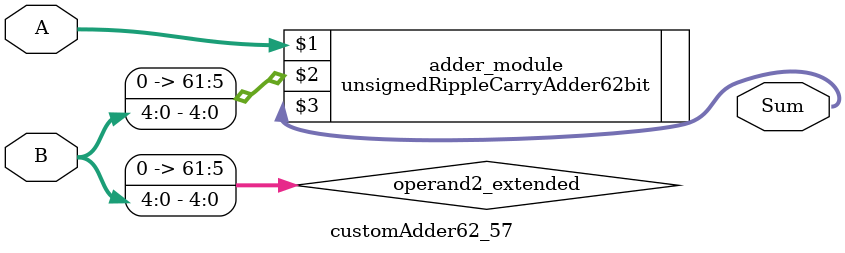
<source format=v>
module customAdder62_57(
                        input [61 : 0] A,
                        input [4 : 0] B,
                        
                        output [62 : 0] Sum
                );

        wire [61 : 0] operand2_extended;
        
        assign operand2_extended =  {57'b0, B};
        
        unsignedRippleCarryAdder62bit adder_module(
            A,
            operand2_extended,
            Sum
        );
        
        endmodule
        
</source>
